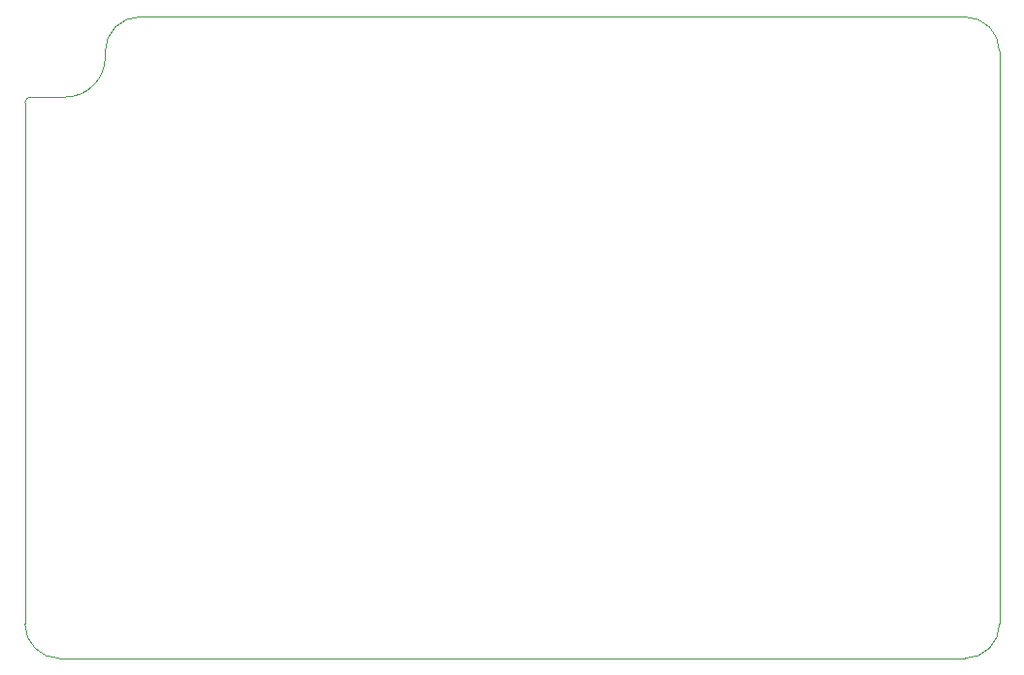
<source format=gbr>
%TF.GenerationSoftware,KiCad,Pcbnew,(5.99.0-10407-g1e8b23402c)*%
%TF.CreationDate,2021-07-06T19:16:57-06:00*%
%TF.ProjectId,lobby,6c6f6262-792e-46b6-9963-61645f706362,rev?*%
%TF.SameCoordinates,Original*%
%TF.FileFunction,Profile,NP*%
%FSLAX46Y46*%
G04 Gerber Fmt 4.6, Leading zero omitted, Abs format (unit mm)*
G04 Created by KiCad (PCBNEW (5.99.0-10407-g1e8b23402c)) date 2021-07-06 19:16:57*
%MOMM*%
%LPD*%
G01*
G04 APERTURE LIST*
%TA.AperFunction,Profile*%
%ADD10C,0.100000*%
%TD*%
G04 APERTURE END LIST*
D10*
X105000000Y-23000000D02*
G75*
G03*
X102000000Y-20000000I-3000000J0D01*
G01*
X23500000Y-27000000D02*
G75*
G03*
X27000000Y-23500000I0J3500000D01*
G01*
X20500000Y-27000000D02*
X23000000Y-27000000D01*
X30000000Y-20000000D02*
G75*
G03*
X27000000Y-23000000I0J-3000000D01*
G01*
X105000000Y-73000000D02*
X105000000Y-23000000D01*
X20000000Y-73000000D02*
G75*
G03*
X23000000Y-76000000I3000000J0D01*
G01*
X27000000Y-23500000D02*
X27000000Y-23000000D01*
X20000000Y-27500000D02*
X20000000Y-73000000D01*
X105000000Y-73000000D02*
G75*
G02*
X102000000Y-76000000I-3000000J0D01*
G01*
X23000000Y-76000000D02*
X102000000Y-76000000D01*
X30000000Y-20000000D02*
X102000000Y-20000000D01*
X23000000Y-27000000D02*
X23500000Y-27000000D01*
X20000000Y-27500000D02*
G75*
G02*
X20500000Y-27000000I500000J0D01*
G01*
M02*

</source>
